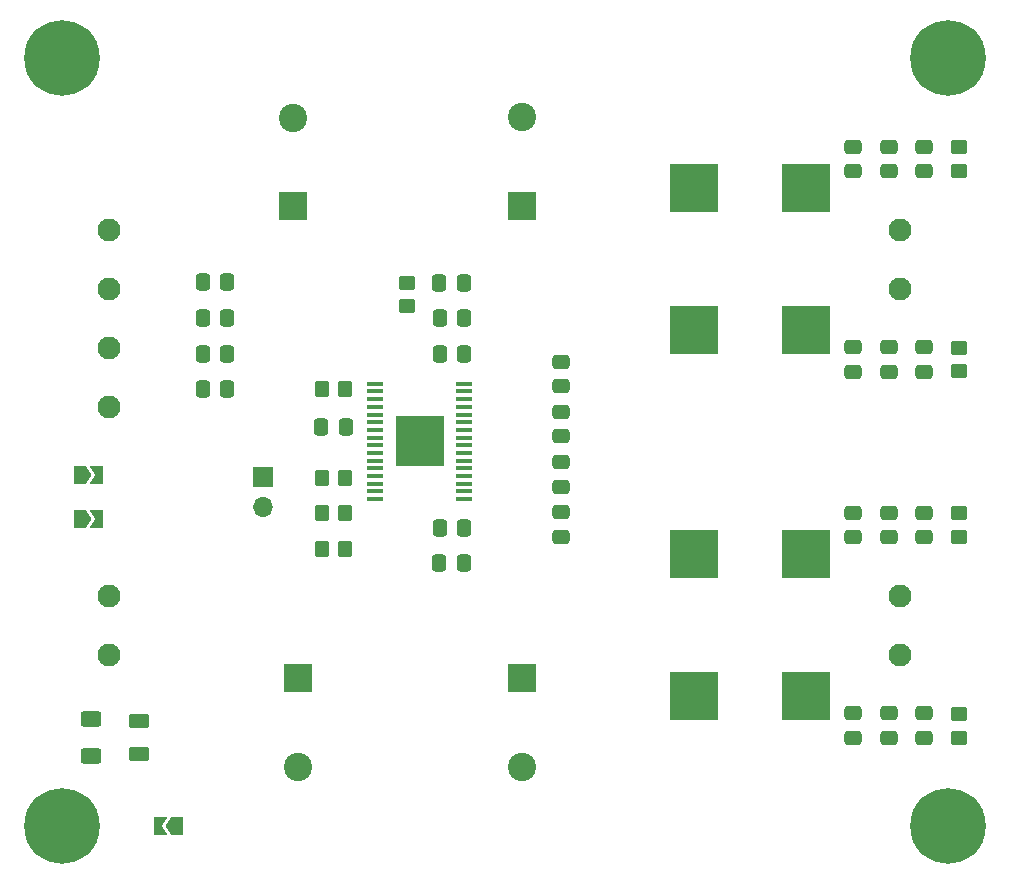
<source format=gbr>
%TF.GenerationSoftware,KiCad,Pcbnew,7.0.6*%
%TF.CreationDate,2023-10-07T14:34:09+02:00*%
%TF.ProjectId,TPA3116 amplifier,54504133-3131-4362-9061-6d706c696669,rev?*%
%TF.SameCoordinates,Original*%
%TF.FileFunction,Soldermask,Top*%
%TF.FilePolarity,Negative*%
%FSLAX46Y46*%
G04 Gerber Fmt 4.6, Leading zero omitted, Abs format (unit mm)*
G04 Created by KiCad (PCBNEW 7.0.6) date 2023-10-07 14:34:09*
%MOMM*%
%LPD*%
G01*
G04 APERTURE LIST*
G04 Aperture macros list*
%AMRoundRect*
0 Rectangle with rounded corners*
0 $1 Rounding radius*
0 $2 $3 $4 $5 $6 $7 $8 $9 X,Y pos of 4 corners*
0 Add a 4 corners polygon primitive as box body*
4,1,4,$2,$3,$4,$5,$6,$7,$8,$9,$2,$3,0*
0 Add four circle primitives for the rounded corners*
1,1,$1+$1,$2,$3*
1,1,$1+$1,$4,$5*
1,1,$1+$1,$6,$7*
1,1,$1+$1,$8,$9*
0 Add four rect primitives between the rounded corners*
20,1,$1+$1,$2,$3,$4,$5,0*
20,1,$1+$1,$4,$5,$6,$7,0*
20,1,$1+$1,$6,$7,$8,$9,0*
20,1,$1+$1,$8,$9,$2,$3,0*%
%AMFreePoly0*
4,1,6,1.000000,0.000000,0.500000,-0.750000,-0.500000,-0.750000,-0.500000,0.750000,0.500000,0.750000,1.000000,0.000000,1.000000,0.000000,$1*%
%AMFreePoly1*
4,1,6,0.500000,-0.750000,-0.650000,-0.750000,-0.150000,0.000000,-0.650000,0.750000,0.500000,0.750000,0.500000,-0.750000,0.500000,-0.750000,$1*%
G04 Aperture macros list end*
%ADD10RoundRect,0.250000X0.625000X-0.400000X0.625000X0.400000X-0.625000X0.400000X-0.625000X-0.400000X0*%
%ADD11FreePoly0,180.000000*%
%ADD12FreePoly1,180.000000*%
%ADD13RoundRect,0.250000X0.625000X-0.375000X0.625000X0.375000X-0.625000X0.375000X-0.625000X-0.375000X0*%
%ADD14RoundRect,0.250000X0.475000X-0.337500X0.475000X0.337500X-0.475000X0.337500X-0.475000X-0.337500X0*%
%ADD15RoundRect,0.250000X-0.337500X-0.475000X0.337500X-0.475000X0.337500X0.475000X-0.337500X0.475000X0*%
%ADD16C,1.950000*%
%ADD17C,0.800000*%
%ADD18C,6.400000*%
%ADD19R,1.475000X0.450000*%
%ADD20R,4.110000X4.360000*%
%ADD21RoundRect,0.250000X0.450000X-0.350000X0.450000X0.350000X-0.450000X0.350000X-0.450000X-0.350000X0*%
%ADD22R,2.400000X2.400000*%
%ADD23C,2.400000*%
%ADD24FreePoly0,0.000000*%
%ADD25FreePoly1,0.000000*%
%ADD26RoundRect,0.250000X-0.350000X-0.450000X0.350000X-0.450000X0.350000X0.450000X-0.350000X0.450000X0*%
%ADD27R,4.100000X4.100000*%
%ADD28R,1.700000X1.700000*%
%ADD29O,1.700000X1.700000*%
%ADD30RoundRect,0.250000X0.337500X0.475000X-0.337500X0.475000X-0.337500X-0.475000X0.337500X-0.475000X0*%
%ADD31RoundRect,0.250000X-0.450000X0.350000X-0.450000X-0.350000X0.450000X-0.350000X0.450000X0.350000X0*%
%ADD32RoundRect,0.250000X-0.475000X0.337500X-0.475000X-0.337500X0.475000X-0.337500X0.475000X0.337500X0*%
%ADD33RoundRect,0.250000X0.350000X0.450000X-0.350000X0.450000X-0.350000X-0.450000X0.350000X-0.450000X0*%
G04 APERTURE END LIST*
D10*
%TO.C,R10*%
X107500000Y-114050000D03*
X107500000Y-110950000D03*
%TD*%
D11*
%TO.C,JP3*%
X114725000Y-120000000D03*
D12*
X113275000Y-120000000D03*
%TD*%
D13*
%TO.C,D1*%
X111500000Y-113900000D03*
X111500000Y-111100000D03*
%TD*%
D14*
%TO.C,C30*%
X178000000Y-112537500D03*
X178000000Y-110462500D03*
%TD*%
D15*
%TO.C,C11*%
X136962500Y-97750000D03*
X139037500Y-97750000D03*
%TD*%
D14*
%TO.C,C18*%
X147250000Y-95500000D03*
X147250000Y-93425000D03*
%TD*%
D15*
%TO.C,C6*%
X137000000Y-80000000D03*
X139075000Y-80000000D03*
%TD*%
D16*
%TO.C,J5*%
X176000000Y-100500000D03*
X176000000Y-105500000D03*
%TD*%
D17*
%TO.C,H1*%
X177600000Y-120000000D03*
X178302944Y-118302944D03*
X178302944Y-121697056D03*
X180000000Y-117600000D03*
D18*
X180000000Y-120000000D03*
D17*
X180000000Y-122400000D03*
X181697056Y-118302944D03*
X181697056Y-121697056D03*
X182400000Y-120000000D03*
%TD*%
D19*
%TO.C,IC1*%
X131500000Y-82550000D03*
X131500000Y-83200000D03*
X131500000Y-83850000D03*
X131500000Y-84500000D03*
X131500000Y-85150000D03*
X131500000Y-85800000D03*
X131500000Y-86450000D03*
X131500000Y-87100000D03*
X131500000Y-87750000D03*
X131500000Y-88400000D03*
X131500000Y-89050000D03*
X131500000Y-89700000D03*
X131500000Y-90350000D03*
X131500000Y-91000000D03*
X131500000Y-91650000D03*
X131500000Y-92300000D03*
X139076000Y-92300000D03*
X139076000Y-91650000D03*
X139076000Y-91000000D03*
X139076000Y-90350000D03*
X139076000Y-89700000D03*
X139076000Y-89050000D03*
X139076000Y-88400000D03*
X139076000Y-87750000D03*
X139076000Y-87100000D03*
X139076000Y-86450000D03*
X139076000Y-85800000D03*
X139076000Y-85150000D03*
X139076000Y-84500000D03*
X139076000Y-83850000D03*
X139076000Y-83200000D03*
X139076000Y-82550000D03*
D20*
X135288000Y-87425000D03*
%TD*%
D21*
%TO.C,R9*%
X181000000Y-112500000D03*
X181000000Y-110500000D03*
%TD*%
D22*
%TO.C,C12*%
X144000000Y-107500000D03*
D23*
X144000000Y-115000000D03*
%TD*%
D24*
%TO.C,JP2*%
X106550000Y-94000000D03*
D25*
X108000000Y-94000000D03*
%TD*%
D22*
%TO.C,C9*%
X144000000Y-67500000D03*
D23*
X144000000Y-60000000D03*
%TD*%
D26*
%TO.C,R2*%
X127000000Y-90550000D03*
X129000000Y-90550000D03*
%TD*%
D27*
%TO.C,L1*%
X158500000Y-66000000D03*
X168000000Y-66000000D03*
%TD*%
D21*
%TO.C,R7*%
X181000000Y-81500000D03*
X181000000Y-79500000D03*
%TD*%
D15*
%TO.C,C4*%
X116925000Y-83000000D03*
X119000000Y-83000000D03*
%TD*%
D17*
%TO.C,H4*%
X102600000Y-55000000D03*
X103302944Y-53302944D03*
X103302944Y-56697056D03*
X105000000Y-52600000D03*
D18*
X105000000Y-55000000D03*
D17*
X105000000Y-57400000D03*
X106697056Y-53302944D03*
X106697056Y-56697056D03*
X107400000Y-55000000D03*
%TD*%
D27*
%TO.C,L3*%
X158500000Y-97000000D03*
X168000000Y-97000000D03*
%TD*%
D16*
%TO.C,J3*%
X109000000Y-105500000D03*
X109000000Y-100500000D03*
%TD*%
D24*
%TO.C,JP1*%
X106550000Y-90250000D03*
D25*
X108000000Y-90250000D03*
%TD*%
D15*
%TO.C,C1*%
X116925000Y-73970000D03*
X119000000Y-73970000D03*
%TD*%
%TO.C,C2*%
X116925000Y-76980000D03*
X119000000Y-76980000D03*
%TD*%
D27*
%TO.C,L4*%
X158500000Y-109000000D03*
X168000000Y-109000000D03*
%TD*%
D17*
%TO.C,H2*%
X102600000Y-120000000D03*
X103302944Y-118302944D03*
X103302944Y-121697056D03*
X105000000Y-117600000D03*
D18*
X105000000Y-120000000D03*
D17*
X105000000Y-122400000D03*
X106697056Y-118302944D03*
X106697056Y-121697056D03*
X107400000Y-120000000D03*
%TD*%
D14*
%TO.C,C28*%
X175000000Y-112537500D03*
X175000000Y-110462500D03*
%TD*%
%TO.C,C24*%
X178000000Y-81537500D03*
X178000000Y-79462500D03*
%TD*%
D16*
%TO.C,J4*%
X176000000Y-69500000D03*
X176000000Y-74500000D03*
%TD*%
D15*
%TO.C,C10*%
X137000000Y-94750000D03*
X139075000Y-94750000D03*
%TD*%
D28*
%TO.C,J1*%
X122000000Y-90460000D03*
D29*
X122000000Y-93000000D03*
%TD*%
D27*
%TO.C,L2*%
X158500000Y-78000000D03*
X168000000Y-78000000D03*
%TD*%
D15*
%TO.C,C3*%
X116925000Y-79990000D03*
X119000000Y-79990000D03*
%TD*%
D14*
%TO.C,C23*%
X178000000Y-64575000D03*
X178000000Y-62500000D03*
%TD*%
%TO.C,C29*%
X178000000Y-95537500D03*
X178000000Y-93462500D03*
%TD*%
D26*
%TO.C,R1*%
X127000000Y-83000000D03*
X129000000Y-83000000D03*
%TD*%
D16*
%TO.C,J2*%
X109000000Y-84500000D03*
X109000000Y-79500000D03*
X109000000Y-74500000D03*
X109000000Y-69500000D03*
%TD*%
D30*
%TO.C,C14*%
X139037500Y-74000000D03*
X136962500Y-74000000D03*
%TD*%
D14*
%TO.C,C16*%
X147250000Y-87000000D03*
X147250000Y-84925000D03*
%TD*%
D17*
%TO.C,H3*%
X177600000Y-55000000D03*
X178302944Y-53302944D03*
X178302944Y-56697056D03*
X180000000Y-52600000D03*
D18*
X180000000Y-55000000D03*
D17*
X180000000Y-57400000D03*
X181697056Y-53302944D03*
X181697056Y-56697056D03*
X182400000Y-55000000D03*
%TD*%
D22*
%TO.C,C8*%
X124550000Y-67512755D03*
D23*
X124550000Y-60012755D03*
%TD*%
D14*
%TO.C,C22*%
X175000000Y-81537500D03*
X175000000Y-79462500D03*
%TD*%
D31*
%TO.C,R6*%
X181000000Y-62537500D03*
X181000000Y-64537500D03*
%TD*%
D14*
%TO.C,C25*%
X172000000Y-95537500D03*
X172000000Y-93462500D03*
%TD*%
%TO.C,C27*%
X175000000Y-95537500D03*
X175000000Y-93462500D03*
%TD*%
%TO.C,C19*%
X172000000Y-64537500D03*
X172000000Y-62462500D03*
%TD*%
%TO.C,C21*%
X175000000Y-64575000D03*
X175000000Y-62500000D03*
%TD*%
D30*
%TO.C,C5*%
X129037500Y-86250000D03*
X126962500Y-86250000D03*
%TD*%
D15*
%TO.C,C7*%
X137000000Y-77000000D03*
X139075000Y-77000000D03*
%TD*%
D31*
%TO.C,R8*%
X181000000Y-93500000D03*
X181000000Y-95500000D03*
%TD*%
D22*
%TO.C,C13*%
X125000000Y-107500000D03*
D23*
X125000000Y-115000000D03*
%TD*%
D14*
%TO.C,C26*%
X172000000Y-112537500D03*
X172000000Y-110462500D03*
%TD*%
%TO.C,C20*%
X172000000Y-81537500D03*
X172000000Y-79462500D03*
%TD*%
D26*
%TO.C,R4*%
X127000000Y-96500000D03*
X129000000Y-96500000D03*
%TD*%
D32*
%TO.C,C17*%
X147250000Y-89212500D03*
X147250000Y-91287500D03*
%TD*%
D33*
%TO.C,R3*%
X129000000Y-93500000D03*
X127000000Y-93500000D03*
%TD*%
D31*
%TO.C,R5*%
X134250000Y-74000000D03*
X134250000Y-76000000D03*
%TD*%
D32*
%TO.C,C15*%
X147250000Y-80675000D03*
X147250000Y-82750000D03*
%TD*%
M02*

</source>
